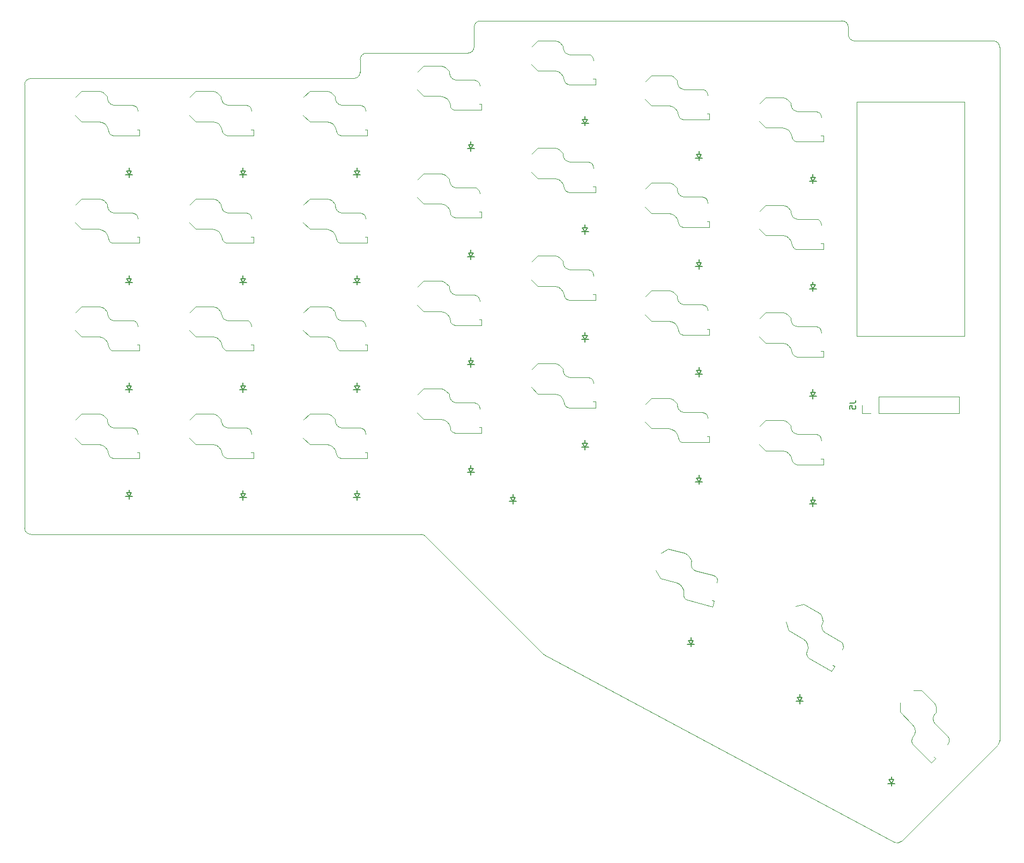
<source format=gbr>
%TF.GenerationSoftware,KiCad,Pcbnew,8.0.5*%
%TF.CreationDate,2024-10-11T21:26:08+02:00*%
%TF.ProjectId,vaucasy_left,76617563-6173-4795-9f6c-6566742e6b69,rev?*%
%TF.SameCoordinates,Original*%
%TF.FileFunction,Legend,Bot*%
%TF.FilePolarity,Positive*%
%FSLAX46Y46*%
G04 Gerber Fmt 4.6, Leading zero omitted, Abs format (unit mm)*
G04 Created by KiCad (PCBNEW 8.0.5) date 2024-10-11 21:26:08*
%MOMM*%
%LPD*%
G01*
G04 APERTURE LIST*
%ADD10C,0.100000*%
%ADD11C,0.150000*%
%ADD12C,0.120000*%
%TA.AperFunction,Profile*%
%ADD13C,0.050000*%
%TD*%
G04 APERTURE END LIST*
D10*
X156425000Y-40675000D02*
X173425000Y-40675000D01*
X173425000Y-77675000D01*
X156425000Y-77675000D01*
X156425000Y-40675000D01*
D11*
X155284819Y-88241666D02*
X155999104Y-88241666D01*
X155999104Y-88241666D02*
X156141961Y-88194047D01*
X156141961Y-88194047D02*
X156237200Y-88098809D01*
X156237200Y-88098809D02*
X156284819Y-87955952D01*
X156284819Y-87955952D02*
X156284819Y-87860714D01*
X155284819Y-89194047D02*
X155284819Y-88717857D01*
X155284819Y-88717857D02*
X155761009Y-88670238D01*
X155761009Y-88670238D02*
X155713390Y-88717857D01*
X155713390Y-88717857D02*
X155665771Y-88813095D01*
X155665771Y-88813095D02*
X155665771Y-89051190D01*
X155665771Y-89051190D02*
X155713390Y-89146428D01*
X155713390Y-89146428D02*
X155761009Y-89194047D01*
X155761009Y-89194047D02*
X155856247Y-89241666D01*
X155856247Y-89241666D02*
X156094342Y-89241666D01*
X156094342Y-89241666D02*
X156189580Y-89194047D01*
X156189580Y-89194047D02*
X156237200Y-89146428D01*
X156237200Y-89146428D02*
X156284819Y-89051190D01*
X156284819Y-89051190D02*
X156284819Y-88813095D01*
X156284819Y-88813095D02*
X156237200Y-88717857D01*
X156237200Y-88717857D02*
X156189580Y-88670238D01*
D12*
%TO.C,S5*%
X105084000Y-31941000D02*
X106021000Y-31004000D01*
X106021000Y-31004000D02*
X108768000Y-31004000D01*
X106021000Y-35796000D02*
X105000000Y-34775000D01*
X108668000Y-35796000D02*
X106021000Y-35796000D01*
X108768000Y-31004000D02*
X109171000Y-31084000D01*
X109171000Y-31084000D02*
X109513000Y-31313000D01*
X109230000Y-35901000D02*
X108668000Y-35796000D01*
X109513000Y-31313000D02*
X110046000Y-31846000D01*
X109709000Y-36200000D02*
X109230000Y-35901000D01*
X110046000Y-31846000D02*
X110046000Y-32068000D01*
X110046000Y-32068000D02*
X110133000Y-32506000D01*
X110047000Y-36653000D02*
X109709000Y-36200000D01*
X110133000Y-32506000D02*
X110377000Y-32873000D01*
X110201000Y-37211000D02*
X110047000Y-36653000D01*
X110283000Y-37509000D02*
X110201000Y-37211000D01*
X110377000Y-32873000D02*
X110744000Y-33117000D01*
X110476000Y-37767000D02*
X110283000Y-37509000D01*
X110744000Y-33117000D02*
X111182000Y-33204000D01*
X110750000Y-37937000D02*
X110476000Y-37767000D01*
X111060000Y-37996000D02*
X110750000Y-37937000D01*
X111182000Y-33204000D02*
X113982000Y-33204000D01*
X113982000Y-33204000D02*
X114309000Y-33269000D01*
X114309000Y-33269000D02*
X114592000Y-33458000D01*
X114592000Y-33458000D02*
X114781000Y-33741000D01*
X114781000Y-33741000D02*
X114866000Y-34168000D01*
X114783000Y-37054000D02*
X115146000Y-37054000D01*
X115146000Y-37054000D02*
X115146000Y-37996000D01*
X115146000Y-37996000D02*
X111060000Y-37996000D01*
%TO.C,S27*%
X123084000Y-71441000D02*
X124021000Y-70504000D01*
X124021000Y-70504000D02*
X126768000Y-70504000D01*
X124021000Y-75296000D02*
X123000000Y-74275000D01*
X126668000Y-75296000D02*
X124021000Y-75296000D01*
X126768000Y-70504000D02*
X127171000Y-70584000D01*
X127171000Y-70584000D02*
X127513000Y-70813000D01*
X127230000Y-75401000D02*
X126668000Y-75296000D01*
X127513000Y-70813000D02*
X128046000Y-71346000D01*
X127709000Y-75700000D02*
X127230000Y-75401000D01*
X128046000Y-71346000D02*
X128046000Y-71568000D01*
X128046000Y-71568000D02*
X128133000Y-72006000D01*
X128047000Y-76153000D02*
X127709000Y-75700000D01*
X128133000Y-72006000D02*
X128377000Y-72373000D01*
X128201000Y-76711000D02*
X128047000Y-76153000D01*
X128283000Y-77009000D02*
X128201000Y-76711000D01*
X128377000Y-72373000D02*
X128744000Y-72617000D01*
X128476000Y-77267000D02*
X128283000Y-77009000D01*
X128744000Y-72617000D02*
X129182000Y-72704000D01*
X128750000Y-77437000D02*
X128476000Y-77267000D01*
X129060000Y-77496000D02*
X128750000Y-77437000D01*
X129182000Y-72704000D02*
X131982000Y-72704000D01*
X131982000Y-72704000D02*
X132309000Y-72769000D01*
X132309000Y-72769000D02*
X132592000Y-72958000D01*
X132592000Y-72958000D02*
X132781000Y-73241000D01*
X132781000Y-73241000D02*
X132866000Y-73668000D01*
X132783000Y-76554000D02*
X133146000Y-76554000D01*
X133146000Y-76554000D02*
X133146000Y-77496000D01*
X133146000Y-77496000D02*
X129060000Y-77496000D01*
%TO.C,S3*%
X69084000Y-39941000D02*
X70021000Y-39004000D01*
X70021000Y-39004000D02*
X72768000Y-39004000D01*
X70021000Y-43796000D02*
X69000000Y-42775000D01*
X72668000Y-43796000D02*
X70021000Y-43796000D01*
X72768000Y-39004000D02*
X73171000Y-39084000D01*
X73171000Y-39084000D02*
X73513000Y-39313000D01*
X73230000Y-43901000D02*
X72668000Y-43796000D01*
X73513000Y-39313000D02*
X74046000Y-39846000D01*
X73709000Y-44200000D02*
X73230000Y-43901000D01*
X74046000Y-39846000D02*
X74046000Y-40068000D01*
X74046000Y-40068000D02*
X74133000Y-40506000D01*
X74047000Y-44653000D02*
X73709000Y-44200000D01*
X74133000Y-40506000D02*
X74377000Y-40873000D01*
X74201000Y-45211000D02*
X74047000Y-44653000D01*
X74283000Y-45509000D02*
X74201000Y-45211000D01*
X74377000Y-40873000D02*
X74744000Y-41117000D01*
X74476000Y-45767000D02*
X74283000Y-45509000D01*
X74744000Y-41117000D02*
X75182000Y-41204000D01*
X74750000Y-45937000D02*
X74476000Y-45767000D01*
X75060000Y-45996000D02*
X74750000Y-45937000D01*
X75182000Y-41204000D02*
X77982000Y-41204000D01*
X77982000Y-41204000D02*
X78309000Y-41269000D01*
X78309000Y-41269000D02*
X78592000Y-41458000D01*
X78592000Y-41458000D02*
X78781000Y-41741000D01*
X78781000Y-41741000D02*
X78866000Y-42168000D01*
X78783000Y-45054000D02*
X79146000Y-45054000D01*
X79146000Y-45054000D02*
X79146000Y-45996000D01*
X79146000Y-45996000D02*
X75060000Y-45996000D01*
%TO.C,S19*%
X51084000Y-73941000D02*
X52021000Y-73004000D01*
X52021000Y-73004000D02*
X54768000Y-73004000D01*
X52021000Y-77796000D02*
X51000000Y-76775000D01*
X54668000Y-77796000D02*
X52021000Y-77796000D01*
X54768000Y-73004000D02*
X55171000Y-73084000D01*
X55171000Y-73084000D02*
X55513000Y-73313000D01*
X55230000Y-77901000D02*
X54668000Y-77796000D01*
X55513000Y-73313000D02*
X56046000Y-73846000D01*
X55709000Y-78200000D02*
X55230000Y-77901000D01*
X56046000Y-73846000D02*
X56046000Y-74068000D01*
X56046000Y-74068000D02*
X56133000Y-74506000D01*
X56047000Y-78653000D02*
X55709000Y-78200000D01*
X56133000Y-74506000D02*
X56377000Y-74873000D01*
X56201000Y-79211000D02*
X56047000Y-78653000D01*
X56283000Y-79509000D02*
X56201000Y-79211000D01*
X56377000Y-74873000D02*
X56744000Y-75117000D01*
X56476000Y-79767000D02*
X56283000Y-79509000D01*
X56744000Y-75117000D02*
X57182000Y-75204000D01*
X56750000Y-79937000D02*
X56476000Y-79767000D01*
X57060000Y-79996000D02*
X56750000Y-79937000D01*
X57182000Y-75204000D02*
X59982000Y-75204000D01*
X59982000Y-75204000D02*
X60309000Y-75269000D01*
X60309000Y-75269000D02*
X60592000Y-75458000D01*
X60592000Y-75458000D02*
X60781000Y-75741000D01*
X60781000Y-75741000D02*
X60866000Y-76168000D01*
X60783000Y-79054000D02*
X61146000Y-79054000D01*
X61146000Y-79054000D02*
X61146000Y-79996000D01*
X61146000Y-79996000D02*
X57060000Y-79996000D01*
%TO.C,S28*%
X123084000Y-88441000D02*
X124021000Y-87504000D01*
X124021000Y-87504000D02*
X126768000Y-87504000D01*
X124021000Y-92296000D02*
X123000000Y-91275000D01*
X126668000Y-92296000D02*
X124021000Y-92296000D01*
X126768000Y-87504000D02*
X127171000Y-87584000D01*
X127171000Y-87584000D02*
X127513000Y-87813000D01*
X127230000Y-92401000D02*
X126668000Y-92296000D01*
X127513000Y-87813000D02*
X128046000Y-88346000D01*
X127709000Y-92700000D02*
X127230000Y-92401000D01*
X128046000Y-88346000D02*
X128046000Y-88568000D01*
X128046000Y-88568000D02*
X128133000Y-89006000D01*
X128047000Y-93153000D02*
X127709000Y-92700000D01*
X128133000Y-89006000D02*
X128377000Y-89373000D01*
X128201000Y-93711000D02*
X128047000Y-93153000D01*
X128283000Y-94009000D02*
X128201000Y-93711000D01*
X128377000Y-89373000D02*
X128744000Y-89617000D01*
X128476000Y-94267000D02*
X128283000Y-94009000D01*
X128744000Y-89617000D02*
X129182000Y-89704000D01*
X128750000Y-94437000D02*
X128476000Y-94267000D01*
X129060000Y-94496000D02*
X128750000Y-94437000D01*
X129182000Y-89704000D02*
X131982000Y-89704000D01*
X131982000Y-89704000D02*
X132309000Y-89769000D01*
X132309000Y-89769000D02*
X132592000Y-89958000D01*
X132592000Y-89958000D02*
X132781000Y-90241000D01*
X132781000Y-90241000D02*
X132866000Y-90668000D01*
X132783000Y-93554000D02*
X133146000Y-93554000D01*
X133146000Y-93554000D02*
X133146000Y-94496000D01*
X133146000Y-94496000D02*
X129060000Y-94496000D01*
%TO.C,S7*%
X141084000Y-40941000D02*
X142021000Y-40004000D01*
X142021000Y-40004000D02*
X144768000Y-40004000D01*
X142021000Y-44796000D02*
X141000000Y-43775000D01*
X144668000Y-44796000D02*
X142021000Y-44796000D01*
X144768000Y-40004000D02*
X145171000Y-40084000D01*
X145171000Y-40084000D02*
X145513000Y-40313000D01*
X145230000Y-44901000D02*
X144668000Y-44796000D01*
X145513000Y-40313000D02*
X146046000Y-40846000D01*
X145709000Y-45200000D02*
X145230000Y-44901000D01*
X146046000Y-40846000D02*
X146046000Y-41068000D01*
X146046000Y-41068000D02*
X146133000Y-41506000D01*
X146047000Y-45653000D02*
X145709000Y-45200000D01*
X146133000Y-41506000D02*
X146377000Y-41873000D01*
X146201000Y-46211000D02*
X146047000Y-45653000D01*
X146283000Y-46509000D02*
X146201000Y-46211000D01*
X146377000Y-41873000D02*
X146744000Y-42117000D01*
X146476000Y-46767000D02*
X146283000Y-46509000D01*
X146744000Y-42117000D02*
X147182000Y-42204000D01*
X146750000Y-46937000D02*
X146476000Y-46767000D01*
X147060000Y-46996000D02*
X146750000Y-46937000D01*
X147182000Y-42204000D02*
X149982000Y-42204000D01*
X149982000Y-42204000D02*
X150309000Y-42269000D01*
X150309000Y-42269000D02*
X150592000Y-42458000D01*
X150592000Y-42458000D02*
X150781000Y-42741000D01*
X150781000Y-42741000D02*
X150866000Y-43168000D01*
X150783000Y-46054000D02*
X151146000Y-46054000D01*
X151146000Y-46054000D02*
X151146000Y-46996000D01*
X151146000Y-46996000D02*
X147060000Y-46996000D01*
%TO.C,S30*%
X141084000Y-91941000D02*
X142021000Y-91004000D01*
X142021000Y-91004000D02*
X144768000Y-91004000D01*
X142021000Y-95796000D02*
X141000000Y-94775000D01*
X144668000Y-95796000D02*
X142021000Y-95796000D01*
X144768000Y-91004000D02*
X145171000Y-91084000D01*
X145171000Y-91084000D02*
X145513000Y-91313000D01*
X145230000Y-95901000D02*
X144668000Y-95796000D01*
X145513000Y-91313000D02*
X146046000Y-91846000D01*
X145709000Y-96200000D02*
X145230000Y-95901000D01*
X146046000Y-91846000D02*
X146046000Y-92068000D01*
X146046000Y-92068000D02*
X146133000Y-92506000D01*
X146047000Y-96653000D02*
X145709000Y-96200000D01*
X146133000Y-92506000D02*
X146377000Y-92873000D01*
X146201000Y-97211000D02*
X146047000Y-96653000D01*
X146283000Y-97509000D02*
X146201000Y-97211000D01*
X146377000Y-92873000D02*
X146744000Y-93117000D01*
X146476000Y-97767000D02*
X146283000Y-97509000D01*
X146744000Y-93117000D02*
X147182000Y-93204000D01*
X146750000Y-97937000D02*
X146476000Y-97767000D01*
X147060000Y-97996000D02*
X146750000Y-97937000D01*
X147182000Y-93204000D02*
X149982000Y-93204000D01*
X149982000Y-93204000D02*
X150309000Y-93269000D01*
X150309000Y-93269000D02*
X150592000Y-93458000D01*
X150592000Y-93458000D02*
X150781000Y-93741000D01*
X150781000Y-93741000D02*
X150866000Y-94168000D01*
X150783000Y-97054000D02*
X151146000Y-97054000D01*
X151146000Y-97054000D02*
X151146000Y-97996000D01*
X151146000Y-97996000D02*
X147060000Y-97996000D01*
%TO.C,S14*%
X123084000Y-54441000D02*
X124021000Y-53504000D01*
X124021000Y-53504000D02*
X126768000Y-53504000D01*
X124021000Y-58296000D02*
X123000000Y-57275000D01*
X126668000Y-58296000D02*
X124021000Y-58296000D01*
X126768000Y-53504000D02*
X127171000Y-53584000D01*
X127171000Y-53584000D02*
X127513000Y-53813000D01*
X127230000Y-58401000D02*
X126668000Y-58296000D01*
X127513000Y-53813000D02*
X128046000Y-54346000D01*
X127709000Y-58700000D02*
X127230000Y-58401000D01*
X128046000Y-54346000D02*
X128046000Y-54568000D01*
X128046000Y-54568000D02*
X128133000Y-55006000D01*
X128047000Y-59153000D02*
X127709000Y-58700000D01*
X128133000Y-55006000D02*
X128377000Y-55373000D01*
X128201000Y-59711000D02*
X128047000Y-59153000D01*
X128283000Y-60009000D02*
X128201000Y-59711000D01*
X128377000Y-55373000D02*
X128744000Y-55617000D01*
X128476000Y-60267000D02*
X128283000Y-60009000D01*
X128744000Y-55617000D02*
X129182000Y-55704000D01*
X128750000Y-60437000D02*
X128476000Y-60267000D01*
X129060000Y-60496000D02*
X128750000Y-60437000D01*
X129182000Y-55704000D02*
X131982000Y-55704000D01*
X131982000Y-55704000D02*
X132309000Y-55769000D01*
X132309000Y-55769000D02*
X132592000Y-55958000D01*
X132592000Y-55958000D02*
X132781000Y-56241000D01*
X132781000Y-56241000D02*
X132866000Y-56668000D01*
X132783000Y-59554000D02*
X133146000Y-59554000D01*
X133146000Y-59554000D02*
X133146000Y-60496000D01*
X133146000Y-60496000D02*
X129060000Y-60496000D01*
%TO.C,S6*%
X123084000Y-37441000D02*
X124021000Y-36504000D01*
X124021000Y-36504000D02*
X126768000Y-36504000D01*
X124021000Y-41296000D02*
X123000000Y-40275000D01*
X126668000Y-41296000D02*
X124021000Y-41296000D01*
X126768000Y-36504000D02*
X127171000Y-36584000D01*
X127171000Y-36584000D02*
X127513000Y-36813000D01*
X127230000Y-41401000D02*
X126668000Y-41296000D01*
X127513000Y-36813000D02*
X128046000Y-37346000D01*
X127709000Y-41700000D02*
X127230000Y-41401000D01*
X128046000Y-37346000D02*
X128046000Y-37568000D01*
X128046000Y-37568000D02*
X128133000Y-38006000D01*
X128047000Y-42153000D02*
X127709000Y-41700000D01*
X128133000Y-38006000D02*
X128377000Y-38373000D01*
X128201000Y-42711000D02*
X128047000Y-42153000D01*
X128283000Y-43009000D02*
X128201000Y-42711000D01*
X128377000Y-38373000D02*
X128744000Y-38617000D01*
X128476000Y-43267000D02*
X128283000Y-43009000D01*
X128744000Y-38617000D02*
X129182000Y-38704000D01*
X128750000Y-43437000D02*
X128476000Y-43267000D01*
X129060000Y-43496000D02*
X128750000Y-43437000D01*
X129182000Y-38704000D02*
X131982000Y-38704000D01*
X131982000Y-38704000D02*
X132309000Y-38769000D01*
X132309000Y-38769000D02*
X132592000Y-38958000D01*
X132592000Y-38958000D02*
X132781000Y-39241000D01*
X132781000Y-39241000D02*
X132866000Y-39668000D01*
X132783000Y-42554000D02*
X133146000Y-42554000D01*
X133146000Y-42554000D02*
X133146000Y-43496000D01*
X133146000Y-43496000D02*
X129060000Y-43496000D01*
%TO.C,S15*%
X141084000Y-57941000D02*
X142021000Y-57004000D01*
X142021000Y-57004000D02*
X144768000Y-57004000D01*
X142021000Y-61796000D02*
X141000000Y-60775000D01*
X144668000Y-61796000D02*
X142021000Y-61796000D01*
X144768000Y-57004000D02*
X145171000Y-57084000D01*
X145171000Y-57084000D02*
X145513000Y-57313000D01*
X145230000Y-61901000D02*
X144668000Y-61796000D01*
X145513000Y-57313000D02*
X146046000Y-57846000D01*
X145709000Y-62200000D02*
X145230000Y-61901000D01*
X146046000Y-57846000D02*
X146046000Y-58068000D01*
X146046000Y-58068000D02*
X146133000Y-58506000D01*
X146047000Y-62653000D02*
X145709000Y-62200000D01*
X146133000Y-58506000D02*
X146377000Y-58873000D01*
X146201000Y-63211000D02*
X146047000Y-62653000D01*
X146283000Y-63509000D02*
X146201000Y-63211000D01*
X146377000Y-58873000D02*
X146744000Y-59117000D01*
X146476000Y-63767000D02*
X146283000Y-63509000D01*
X146744000Y-59117000D02*
X147182000Y-59204000D01*
X146750000Y-63937000D02*
X146476000Y-63767000D01*
X147060000Y-63996000D02*
X146750000Y-63937000D01*
X147182000Y-59204000D02*
X149982000Y-59204000D01*
X149982000Y-59204000D02*
X150309000Y-59269000D01*
X150309000Y-59269000D02*
X150592000Y-59458000D01*
X150592000Y-59458000D02*
X150781000Y-59741000D01*
X150781000Y-59741000D02*
X150866000Y-60168000D01*
X150783000Y-63054000D02*
X151146000Y-63054000D01*
X151146000Y-63054000D02*
X151146000Y-63996000D01*
X151146000Y-63996000D02*
X147060000Y-63996000D01*
%TO.C,S29*%
X141084000Y-74941000D02*
X142021000Y-74004000D01*
X142021000Y-74004000D02*
X144768000Y-74004000D01*
X142021000Y-78796000D02*
X141000000Y-77775000D01*
X144668000Y-78796000D02*
X142021000Y-78796000D01*
X144768000Y-74004000D02*
X145171000Y-74084000D01*
X145171000Y-74084000D02*
X145513000Y-74313000D01*
X145230000Y-78901000D02*
X144668000Y-78796000D01*
X145513000Y-74313000D02*
X146046000Y-74846000D01*
X145709000Y-79200000D02*
X145230000Y-78901000D01*
X146046000Y-74846000D02*
X146046000Y-75068000D01*
X146046000Y-75068000D02*
X146133000Y-75506000D01*
X146047000Y-79653000D02*
X145709000Y-79200000D01*
X146133000Y-75506000D02*
X146377000Y-75873000D01*
X146201000Y-80211000D02*
X146047000Y-79653000D01*
X146283000Y-80509000D02*
X146201000Y-80211000D01*
X146377000Y-75873000D02*
X146744000Y-76117000D01*
X146476000Y-80767000D02*
X146283000Y-80509000D01*
X146744000Y-76117000D02*
X147182000Y-76204000D01*
X146750000Y-80937000D02*
X146476000Y-80767000D01*
X147060000Y-80996000D02*
X146750000Y-80937000D01*
X147182000Y-76204000D02*
X149982000Y-76204000D01*
X149982000Y-76204000D02*
X150309000Y-76269000D01*
X150309000Y-76269000D02*
X150592000Y-76458000D01*
X150592000Y-76458000D02*
X150781000Y-76741000D01*
X150781000Y-76741000D02*
X150866000Y-77168000D01*
X150783000Y-80054000D02*
X151146000Y-80054000D01*
X151146000Y-80054000D02*
X151146000Y-80996000D01*
X151146000Y-80996000D02*
X147060000Y-80996000D01*
%TO.C,S22*%
X69084000Y-90941000D02*
X70021000Y-90004000D01*
X70021000Y-90004000D02*
X72768000Y-90004000D01*
X70021000Y-94796000D02*
X69000000Y-93775000D01*
X72668000Y-94796000D02*
X70021000Y-94796000D01*
X72768000Y-90004000D02*
X73171000Y-90084000D01*
X73171000Y-90084000D02*
X73513000Y-90313000D01*
X73230000Y-94901000D02*
X72668000Y-94796000D01*
X73513000Y-90313000D02*
X74046000Y-90846000D01*
X73709000Y-95200000D02*
X73230000Y-94901000D01*
X74046000Y-90846000D02*
X74046000Y-91068000D01*
X74046000Y-91068000D02*
X74133000Y-91506000D01*
X74047000Y-95653000D02*
X73709000Y-95200000D01*
X74133000Y-91506000D02*
X74377000Y-91873000D01*
X74201000Y-96211000D02*
X74047000Y-95653000D01*
X74283000Y-96509000D02*
X74201000Y-96211000D01*
X74377000Y-91873000D02*
X74744000Y-92117000D01*
X74476000Y-96767000D02*
X74283000Y-96509000D01*
X74744000Y-92117000D02*
X75182000Y-92204000D01*
X74750000Y-96937000D02*
X74476000Y-96767000D01*
X75060000Y-96996000D02*
X74750000Y-96937000D01*
X75182000Y-92204000D02*
X77982000Y-92204000D01*
X77982000Y-92204000D02*
X78309000Y-92269000D01*
X78309000Y-92269000D02*
X78592000Y-92458000D01*
X78592000Y-92458000D02*
X78781000Y-92741000D01*
X78781000Y-92741000D02*
X78866000Y-93168000D01*
X78783000Y-96054000D02*
X79146000Y-96054000D01*
X79146000Y-96054000D02*
X79146000Y-96996000D01*
X79146000Y-96996000D02*
X75060000Y-96996000D01*
%TO.C,S26*%
X105084000Y-82941000D02*
X106021000Y-82004000D01*
X106021000Y-82004000D02*
X108768000Y-82004000D01*
X106021000Y-86796000D02*
X105000000Y-85775000D01*
X108668000Y-86796000D02*
X106021000Y-86796000D01*
X108768000Y-82004000D02*
X109171000Y-82084000D01*
X109171000Y-82084000D02*
X109513000Y-82313000D01*
X109230000Y-86901000D02*
X108668000Y-86796000D01*
X109513000Y-82313000D02*
X110046000Y-82846000D01*
X109709000Y-87200000D02*
X109230000Y-86901000D01*
X110046000Y-82846000D02*
X110046000Y-83068000D01*
X110046000Y-83068000D02*
X110133000Y-83506000D01*
X110047000Y-87653000D02*
X109709000Y-87200000D01*
X110133000Y-83506000D02*
X110377000Y-83873000D01*
X110201000Y-88211000D02*
X110047000Y-87653000D01*
X110283000Y-88509000D02*
X110201000Y-88211000D01*
X110377000Y-83873000D02*
X110744000Y-84117000D01*
X110476000Y-88767000D02*
X110283000Y-88509000D01*
X110744000Y-84117000D02*
X111182000Y-84204000D01*
X110750000Y-88937000D02*
X110476000Y-88767000D01*
X111060000Y-88996000D02*
X110750000Y-88937000D01*
X111182000Y-84204000D02*
X113982000Y-84204000D01*
X113982000Y-84204000D02*
X114309000Y-84269000D01*
X114309000Y-84269000D02*
X114592000Y-84458000D01*
X114592000Y-84458000D02*
X114781000Y-84741000D01*
X114781000Y-84741000D02*
X114866000Y-85168000D01*
X114783000Y-88054000D02*
X115146000Y-88054000D01*
X115146000Y-88054000D02*
X115146000Y-88996000D01*
X115146000Y-88996000D02*
X111060000Y-88996000D01*
%TO.C,S23*%
X87084000Y-69941000D02*
X88021000Y-69004000D01*
X88021000Y-69004000D02*
X90768000Y-69004000D01*
X88021000Y-73796000D02*
X87000000Y-72775000D01*
X90668000Y-73796000D02*
X88021000Y-73796000D01*
X90768000Y-69004000D02*
X91171000Y-69084000D01*
X91171000Y-69084000D02*
X91513000Y-69313000D01*
X91230000Y-73901000D02*
X90668000Y-73796000D01*
X91513000Y-69313000D02*
X92046000Y-69846000D01*
X91709000Y-74200000D02*
X91230000Y-73901000D01*
X92046000Y-69846000D02*
X92046000Y-70068000D01*
X92046000Y-70068000D02*
X92133000Y-70506000D01*
X92047000Y-74653000D02*
X91709000Y-74200000D01*
X92133000Y-70506000D02*
X92377000Y-70873000D01*
X92201000Y-75211000D02*
X92047000Y-74653000D01*
X92283000Y-75509000D02*
X92201000Y-75211000D01*
X92377000Y-70873000D02*
X92744000Y-71117000D01*
X92476000Y-75767000D02*
X92283000Y-75509000D01*
X92744000Y-71117000D02*
X93182000Y-71204000D01*
X92750000Y-75937000D02*
X92476000Y-75767000D01*
X93060000Y-75996000D02*
X92750000Y-75937000D01*
X93182000Y-71204000D02*
X95982000Y-71204000D01*
X95982000Y-71204000D02*
X96309000Y-71269000D01*
X96309000Y-71269000D02*
X96592000Y-71458000D01*
X96592000Y-71458000D02*
X96781000Y-71741000D01*
X96781000Y-71741000D02*
X96866000Y-72168000D01*
X96783000Y-75054000D02*
X97146000Y-75054000D01*
X97146000Y-75054000D02*
X97146000Y-75996000D01*
X97146000Y-75996000D02*
X93060000Y-75996000D01*
%TO.C,S1*%
X33084000Y-39941000D02*
X34021000Y-39004000D01*
X34021000Y-39004000D02*
X36768000Y-39004000D01*
X34021000Y-43796000D02*
X33000000Y-42775000D01*
X36668000Y-43796000D02*
X34021000Y-43796000D01*
X36768000Y-39004000D02*
X37171000Y-39084000D01*
X37171000Y-39084000D02*
X37513000Y-39313000D01*
X37230000Y-43901000D02*
X36668000Y-43796000D01*
X37513000Y-39313000D02*
X38046000Y-39846000D01*
X37709000Y-44200000D02*
X37230000Y-43901000D01*
X38046000Y-39846000D02*
X38046000Y-40068000D01*
X38046000Y-40068000D02*
X38133000Y-40506000D01*
X38047000Y-44653000D02*
X37709000Y-44200000D01*
X38133000Y-40506000D02*
X38377000Y-40873000D01*
X38201000Y-45211000D02*
X38047000Y-44653000D01*
X38283000Y-45509000D02*
X38201000Y-45211000D01*
X38377000Y-40873000D02*
X38744000Y-41117000D01*
X38476000Y-45767000D02*
X38283000Y-45509000D01*
X38744000Y-41117000D02*
X39182000Y-41204000D01*
X38750000Y-45937000D02*
X38476000Y-45767000D01*
X39060000Y-45996000D02*
X38750000Y-45937000D01*
X39182000Y-41204000D02*
X41982000Y-41204000D01*
X41982000Y-41204000D02*
X42309000Y-41269000D01*
X42309000Y-41269000D02*
X42592000Y-41458000D01*
X42592000Y-41458000D02*
X42781000Y-41741000D01*
X42781000Y-41741000D02*
X42866000Y-42168000D01*
X42783000Y-45054000D02*
X43146000Y-45054000D01*
X43146000Y-45054000D02*
X43146000Y-45996000D01*
X43146000Y-45996000D02*
X39060000Y-45996000D01*
%TO.C,S13*%
X105084000Y-48941000D02*
X106021000Y-48004000D01*
X106021000Y-48004000D02*
X108768000Y-48004000D01*
X106021000Y-52796000D02*
X105000000Y-51775000D01*
X108668000Y-52796000D02*
X106021000Y-52796000D01*
X108768000Y-48004000D02*
X109171000Y-48084000D01*
X109171000Y-48084000D02*
X109513000Y-48313000D01*
X109230000Y-52901000D02*
X108668000Y-52796000D01*
X109513000Y-48313000D02*
X110046000Y-48846000D01*
X109709000Y-53200000D02*
X109230000Y-52901000D01*
X110046000Y-48846000D02*
X110046000Y-49068000D01*
X110046000Y-49068000D02*
X110133000Y-49506000D01*
X110047000Y-53653000D02*
X109709000Y-53200000D01*
X110133000Y-49506000D02*
X110377000Y-49873000D01*
X110201000Y-54211000D02*
X110047000Y-53653000D01*
X110283000Y-54509000D02*
X110201000Y-54211000D01*
X110377000Y-49873000D02*
X110744000Y-50117000D01*
X110476000Y-54767000D02*
X110283000Y-54509000D01*
X110744000Y-50117000D02*
X111182000Y-50204000D01*
X110750000Y-54937000D02*
X110476000Y-54767000D01*
X111060000Y-54996000D02*
X110750000Y-54937000D01*
X111182000Y-50204000D02*
X113982000Y-50204000D01*
X113982000Y-50204000D02*
X114309000Y-50269000D01*
X114309000Y-50269000D02*
X114592000Y-50458000D01*
X114592000Y-50458000D02*
X114781000Y-50741000D01*
X114781000Y-50741000D02*
X114866000Y-51168000D01*
X114783000Y-54054000D02*
X115146000Y-54054000D01*
X115146000Y-54054000D02*
X115146000Y-54996000D01*
X115146000Y-54996000D02*
X111060000Y-54996000D01*
%TO.C,S9*%
X33084000Y-56941000D02*
X34021000Y-56004000D01*
X34021000Y-56004000D02*
X36768000Y-56004000D01*
X34021000Y-60796000D02*
X33000000Y-59775000D01*
X36668000Y-60796000D02*
X34021000Y-60796000D01*
X36768000Y-56004000D02*
X37171000Y-56084000D01*
X37171000Y-56084000D02*
X37513000Y-56313000D01*
X37230000Y-60901000D02*
X36668000Y-60796000D01*
X37513000Y-56313000D02*
X38046000Y-56846000D01*
X37709000Y-61200000D02*
X37230000Y-60901000D01*
X38046000Y-56846000D02*
X38046000Y-57068000D01*
X38046000Y-57068000D02*
X38133000Y-57506000D01*
X38047000Y-61653000D02*
X37709000Y-61200000D01*
X38133000Y-57506000D02*
X38377000Y-57873000D01*
X38201000Y-62211000D02*
X38047000Y-61653000D01*
X38283000Y-62509000D02*
X38201000Y-62211000D01*
X38377000Y-57873000D02*
X38744000Y-58117000D01*
X38476000Y-62767000D02*
X38283000Y-62509000D01*
X38744000Y-58117000D02*
X39182000Y-58204000D01*
X38750000Y-62937000D02*
X38476000Y-62767000D01*
X39060000Y-62996000D02*
X38750000Y-62937000D01*
X39182000Y-58204000D02*
X41982000Y-58204000D01*
X41982000Y-58204000D02*
X42309000Y-58269000D01*
X42309000Y-58269000D02*
X42592000Y-58458000D01*
X42592000Y-58458000D02*
X42781000Y-58741000D01*
X42781000Y-58741000D02*
X42866000Y-59168000D01*
X42783000Y-62054000D02*
X43146000Y-62054000D01*
X43146000Y-62054000D02*
X43146000Y-62996000D01*
X43146000Y-62996000D02*
X39060000Y-62996000D01*
%TO.C,S4*%
X87084000Y-35941000D02*
X88021000Y-35004000D01*
X88021000Y-35004000D02*
X90768000Y-35004000D01*
X88021000Y-39796000D02*
X87000000Y-38775000D01*
X90668000Y-39796000D02*
X88021000Y-39796000D01*
X90768000Y-35004000D02*
X91171000Y-35084000D01*
X91171000Y-35084000D02*
X91513000Y-35313000D01*
X91230000Y-39901000D02*
X90668000Y-39796000D01*
X91513000Y-35313000D02*
X92046000Y-35846000D01*
X91709000Y-40200000D02*
X91230000Y-39901000D01*
X92046000Y-35846000D02*
X92046000Y-36068000D01*
X92046000Y-36068000D02*
X92133000Y-36506000D01*
X92047000Y-40653000D02*
X91709000Y-40200000D01*
X92133000Y-36506000D02*
X92377000Y-36873000D01*
X92201000Y-41211000D02*
X92047000Y-40653000D01*
X92283000Y-41509000D02*
X92201000Y-41211000D01*
X92377000Y-36873000D02*
X92744000Y-37117000D01*
X92476000Y-41767000D02*
X92283000Y-41509000D01*
X92744000Y-37117000D02*
X93182000Y-37204000D01*
X92750000Y-41937000D02*
X92476000Y-41767000D01*
X93060000Y-41996000D02*
X92750000Y-41937000D01*
X93182000Y-37204000D02*
X95982000Y-37204000D01*
X95982000Y-37204000D02*
X96309000Y-37269000D01*
X96309000Y-37269000D02*
X96592000Y-37458000D01*
X96592000Y-37458000D02*
X96781000Y-37741000D01*
X96781000Y-37741000D02*
X96866000Y-38168000D01*
X96783000Y-41054000D02*
X97146000Y-41054000D01*
X97146000Y-41054000D02*
X97146000Y-41996000D01*
X97146000Y-41996000D02*
X93060000Y-41996000D01*
%TO.C,S10*%
X51084000Y-56941000D02*
X52021000Y-56004000D01*
X52021000Y-56004000D02*
X54768000Y-56004000D01*
X52021000Y-60796000D02*
X51000000Y-59775000D01*
X54668000Y-60796000D02*
X52021000Y-60796000D01*
X54768000Y-56004000D02*
X55171000Y-56084000D01*
X55171000Y-56084000D02*
X55513000Y-56313000D01*
X55230000Y-60901000D02*
X54668000Y-60796000D01*
X55513000Y-56313000D02*
X56046000Y-56846000D01*
X55709000Y-61200000D02*
X55230000Y-60901000D01*
X56046000Y-56846000D02*
X56046000Y-57068000D01*
X56046000Y-57068000D02*
X56133000Y-57506000D01*
X56047000Y-61653000D02*
X55709000Y-61200000D01*
X56133000Y-57506000D02*
X56377000Y-57873000D01*
X56201000Y-62211000D02*
X56047000Y-61653000D01*
X56283000Y-62509000D02*
X56201000Y-62211000D01*
X56377000Y-57873000D02*
X56744000Y-58117000D01*
X56476000Y-62767000D02*
X56283000Y-62509000D01*
X56744000Y-58117000D02*
X57182000Y-58204000D01*
X56750000Y-62937000D02*
X56476000Y-62767000D01*
X57060000Y-62996000D02*
X56750000Y-62937000D01*
X57182000Y-58204000D02*
X59982000Y-58204000D01*
X59982000Y-58204000D02*
X60309000Y-58269000D01*
X60309000Y-58269000D02*
X60592000Y-58458000D01*
X60592000Y-58458000D02*
X60781000Y-58741000D01*
X60781000Y-58741000D02*
X60866000Y-59168000D01*
X60783000Y-62054000D02*
X61146000Y-62054000D01*
X61146000Y-62054000D02*
X61146000Y-62996000D01*
X61146000Y-62996000D02*
X57060000Y-62996000D01*
%TO.C,S11*%
X69084000Y-56941000D02*
X70021000Y-56004000D01*
X70021000Y-56004000D02*
X72768000Y-56004000D01*
X70021000Y-60796000D02*
X69000000Y-59775000D01*
X72668000Y-60796000D02*
X70021000Y-60796000D01*
X72768000Y-56004000D02*
X73171000Y-56084000D01*
X73171000Y-56084000D02*
X73513000Y-56313000D01*
X73230000Y-60901000D02*
X72668000Y-60796000D01*
X73513000Y-56313000D02*
X74046000Y-56846000D01*
X73709000Y-61200000D02*
X73230000Y-60901000D01*
X74046000Y-56846000D02*
X74046000Y-57068000D01*
X74046000Y-57068000D02*
X74133000Y-57506000D01*
X74047000Y-61653000D02*
X73709000Y-61200000D01*
X74133000Y-57506000D02*
X74377000Y-57873000D01*
X74201000Y-62211000D02*
X74047000Y-61653000D01*
X74283000Y-62509000D02*
X74201000Y-62211000D01*
X74377000Y-57873000D02*
X74744000Y-58117000D01*
X74476000Y-62767000D02*
X74283000Y-62509000D01*
X74744000Y-58117000D02*
X75182000Y-58204000D01*
X74750000Y-62937000D02*
X74476000Y-62767000D01*
X75060000Y-62996000D02*
X74750000Y-62937000D01*
X75182000Y-58204000D02*
X77982000Y-58204000D01*
X77982000Y-58204000D02*
X78309000Y-58269000D01*
X78309000Y-58269000D02*
X78592000Y-58458000D01*
X78592000Y-58458000D02*
X78781000Y-58741000D01*
X78781000Y-58741000D02*
X78866000Y-59168000D01*
X78783000Y-62054000D02*
X79146000Y-62054000D01*
X79146000Y-62054000D02*
X79146000Y-62996000D01*
X79146000Y-62996000D02*
X75060000Y-62996000D01*
%TO.C,S17*%
X33084000Y-73941000D02*
X34021000Y-73004000D01*
X34021000Y-73004000D02*
X36768000Y-73004000D01*
X34021000Y-77796000D02*
X33000000Y-76775000D01*
X36668000Y-77796000D02*
X34021000Y-77796000D01*
X36768000Y-73004000D02*
X37171000Y-73084000D01*
X37171000Y-73084000D02*
X37513000Y-73313000D01*
X37230000Y-77901000D02*
X36668000Y-77796000D01*
X37513000Y-73313000D02*
X38046000Y-73846000D01*
X37709000Y-78200000D02*
X37230000Y-77901000D01*
X38046000Y-73846000D02*
X38046000Y-74068000D01*
X38046000Y-74068000D02*
X38133000Y-74506000D01*
X38047000Y-78653000D02*
X37709000Y-78200000D01*
X38133000Y-74506000D02*
X38377000Y-74873000D01*
X38201000Y-79211000D02*
X38047000Y-78653000D01*
X38283000Y-79509000D02*
X38201000Y-79211000D01*
X38377000Y-74873000D02*
X38744000Y-75117000D01*
X38476000Y-79767000D02*
X38283000Y-79509000D01*
X38744000Y-75117000D02*
X39182000Y-75204000D01*
X38750000Y-79937000D02*
X38476000Y-79767000D01*
X39060000Y-79996000D02*
X38750000Y-79937000D01*
X39182000Y-75204000D02*
X41982000Y-75204000D01*
X41982000Y-75204000D02*
X42309000Y-75269000D01*
X42309000Y-75269000D02*
X42592000Y-75458000D01*
X42592000Y-75458000D02*
X42781000Y-75741000D01*
X42781000Y-75741000D02*
X42866000Y-76168000D01*
X42783000Y-79054000D02*
X43146000Y-79054000D01*
X43146000Y-79054000D02*
X43146000Y-79996000D01*
X43146000Y-79996000D02*
X39060000Y-79996000D01*
%TO.C,S24*%
X87084000Y-86941000D02*
X88021000Y-86004000D01*
X88021000Y-86004000D02*
X90768000Y-86004000D01*
X88021000Y-90796000D02*
X87000000Y-89775000D01*
X90668000Y-90796000D02*
X88021000Y-90796000D01*
X90768000Y-86004000D02*
X91171000Y-86084000D01*
X91171000Y-86084000D02*
X91513000Y-86313000D01*
X91230000Y-90901000D02*
X90668000Y-90796000D01*
X91513000Y-86313000D02*
X92046000Y-86846000D01*
X91709000Y-91200000D02*
X91230000Y-90901000D01*
X92046000Y-86846000D02*
X92046000Y-87068000D01*
X92046000Y-87068000D02*
X92133000Y-87506000D01*
X92047000Y-91653000D02*
X91709000Y-91200000D01*
X92133000Y-87506000D02*
X92377000Y-87873000D01*
X92201000Y-92211000D02*
X92047000Y-91653000D01*
X92283000Y-92509000D02*
X92201000Y-92211000D01*
X92377000Y-87873000D02*
X92744000Y-88117000D01*
X92476000Y-92767000D02*
X92283000Y-92509000D01*
X92744000Y-88117000D02*
X93182000Y-88204000D01*
X92750000Y-92937000D02*
X92476000Y-92767000D01*
X93060000Y-92996000D02*
X92750000Y-92937000D01*
X93182000Y-88204000D02*
X95982000Y-88204000D01*
X95982000Y-88204000D02*
X96309000Y-88269000D01*
X96309000Y-88269000D02*
X96592000Y-88458000D01*
X96592000Y-88458000D02*
X96781000Y-88741000D01*
X96781000Y-88741000D02*
X96866000Y-89168000D01*
X96783000Y-92054000D02*
X97146000Y-92054000D01*
X97146000Y-92054000D02*
X97146000Y-92996000D01*
X97146000Y-92996000D02*
X93060000Y-92996000D01*
%TO.C,S31*%
X163300784Y-137085066D02*
X163300784Y-135641154D01*
X165057237Y-141628934D02*
X165103199Y-141310029D01*
X165103199Y-141310029D02*
X165255934Y-141041328D01*
X165130776Y-141942889D02*
X165057237Y-141628934D01*
X165172495Y-138956777D02*
X163300784Y-137085066D01*
X165255934Y-141041328D02*
X165541605Y-140537868D01*
X165308260Y-142203812D02*
X165130776Y-141942889D01*
X165364121Y-133696610D02*
X166689239Y-133696610D01*
X165495643Y-139428417D02*
X165172495Y-138956777D01*
X165541605Y-140537868D02*
X165622922Y-139978547D01*
X165622922Y-139978547D02*
X165495643Y-139428417D01*
X166689239Y-133696610D02*
X168631662Y-135639032D01*
X168197498Y-145093050D02*
X165308260Y-142203812D01*
X168447814Y-138098350D02*
X168534788Y-138530392D01*
X168534788Y-137666307D02*
X168447814Y-138098350D01*
X168534788Y-138530392D02*
X168782982Y-138901623D01*
X168606913Y-144170276D02*
X168863593Y-144426955D01*
X168631662Y-135639032D02*
X168860057Y-135980565D01*
X168782982Y-137295076D02*
X168534788Y-137666307D01*
X168782982Y-138901623D02*
X170762881Y-140881522D01*
X168860057Y-135980565D02*
X168939960Y-136384323D01*
X168863593Y-144426955D02*
X168197498Y-145093050D01*
X168939960Y-136384323D02*
X168939960Y-137138099D01*
X168939960Y-137138099D02*
X168782982Y-137295076D01*
X170762881Y-140881522D02*
X170948143Y-141158708D01*
X170948143Y-141158708D02*
X171014611Y-141492462D01*
X170948143Y-141826217D02*
X170706313Y-142188255D01*
X171014611Y-141492462D02*
X170948143Y-141826217D01*
%TO.C,S2*%
X51084000Y-39941000D02*
X52021000Y-39004000D01*
X52021000Y-39004000D02*
X54768000Y-39004000D01*
X52021000Y-43796000D02*
X51000000Y-42775000D01*
X54668000Y-43796000D02*
X52021000Y-43796000D01*
X54768000Y-39004000D02*
X55171000Y-39084000D01*
X55171000Y-39084000D02*
X55513000Y-39313000D01*
X55230000Y-43901000D02*
X54668000Y-43796000D01*
X55513000Y-39313000D02*
X56046000Y-39846000D01*
X55709000Y-44200000D02*
X55230000Y-43901000D01*
X56046000Y-39846000D02*
X56046000Y-40068000D01*
X56046000Y-40068000D02*
X56133000Y-40506000D01*
X56047000Y-44653000D02*
X55709000Y-44200000D01*
X56133000Y-40506000D02*
X56377000Y-40873000D01*
X56201000Y-45211000D02*
X56047000Y-44653000D01*
X56283000Y-45509000D02*
X56201000Y-45211000D01*
X56377000Y-40873000D02*
X56744000Y-41117000D01*
X56476000Y-45767000D02*
X56283000Y-45509000D01*
X56744000Y-41117000D02*
X57182000Y-41204000D01*
X56750000Y-45937000D02*
X56476000Y-45767000D01*
X57060000Y-45996000D02*
X56750000Y-45937000D01*
X57182000Y-41204000D02*
X59982000Y-41204000D01*
X59982000Y-41204000D02*
X60309000Y-41269000D01*
X60309000Y-41269000D02*
X60592000Y-41458000D01*
X60592000Y-41458000D02*
X60781000Y-41741000D01*
X60781000Y-41741000D02*
X60866000Y-42168000D01*
X60783000Y-45054000D02*
X61146000Y-45054000D01*
X61146000Y-45054000D02*
X61146000Y-45996000D01*
X61146000Y-45996000D02*
X57060000Y-45996000D01*
%TO.C,S20*%
X51084000Y-90941000D02*
X52021000Y-90004000D01*
X52021000Y-90004000D02*
X54768000Y-90004000D01*
X52021000Y-94796000D02*
X51000000Y-93775000D01*
X54668000Y-94796000D02*
X52021000Y-94796000D01*
X54768000Y-90004000D02*
X55171000Y-90084000D01*
X55171000Y-90084000D02*
X55513000Y-90313000D01*
X55230000Y-94901000D02*
X54668000Y-94796000D01*
X55513000Y-90313000D02*
X56046000Y-90846000D01*
X55709000Y-95200000D02*
X55230000Y-94901000D01*
X56046000Y-90846000D02*
X56046000Y-91068000D01*
X56046000Y-91068000D02*
X56133000Y-91506000D01*
X56047000Y-95653000D02*
X55709000Y-95200000D01*
X56133000Y-91506000D02*
X56377000Y-91873000D01*
X56201000Y-96211000D02*
X56047000Y-95653000D01*
X56283000Y-96509000D02*
X56201000Y-96211000D01*
X56377000Y-91873000D02*
X56744000Y-92117000D01*
X56476000Y-96767000D02*
X56283000Y-96509000D01*
X56744000Y-92117000D02*
X57182000Y-92204000D01*
X56750000Y-96937000D02*
X56476000Y-96767000D01*
X57060000Y-96996000D02*
X56750000Y-96937000D01*
X57182000Y-92204000D02*
X59982000Y-92204000D01*
X59982000Y-92204000D02*
X60309000Y-92269000D01*
X60309000Y-92269000D02*
X60592000Y-92458000D01*
X60592000Y-92458000D02*
X60781000Y-92741000D01*
X60781000Y-92741000D02*
X60866000Y-93168000D01*
X60783000Y-96054000D02*
X61146000Y-96054000D01*
X61146000Y-96054000D02*
X61146000Y-96996000D01*
X61146000Y-96996000D02*
X57060000Y-96996000D01*
%TO.C,S8*%
X125397642Y-115934306D02*
X124675686Y-114683842D01*
X125490317Y-111968149D02*
X126637902Y-111305590D01*
X126637902Y-111305590D02*
X129291301Y-112016565D01*
X127954447Y-116619400D02*
X125397642Y-115934306D01*
X128470121Y-116866278D02*
X127954447Y-116619400D01*
X128855413Y-117279065D02*
X128470121Y-116866278D01*
X129064651Y-117804110D02*
X128855413Y-117279065D01*
X129068983Y-118382955D02*
X129064651Y-117804110D01*
X129071061Y-118692024D02*
X129068983Y-118382955D01*
X129190709Y-118991185D02*
X129071061Y-118692024D01*
X129291301Y-112016565D02*
X129659863Y-112198144D01*
X129411373Y-119226309D02*
X129190709Y-118991185D01*
X129659863Y-112198144D02*
X129930940Y-112507857D01*
X129695540Y-119363532D02*
X129411373Y-119226309D01*
X129930940Y-112507857D02*
X130307828Y-113160646D01*
X130221043Y-113820674D02*
X130361743Y-114238321D01*
X130250369Y-113375081D02*
X130221043Y-113820674D01*
X130307828Y-113160646D02*
X130250369Y-113375081D01*
X130361743Y-114238321D02*
X130653085Y-114568993D01*
X130653085Y-114568993D02*
X131053643Y-114766392D01*
X131053643Y-114766392D02*
X133758236Y-115491085D01*
X133535490Y-119417214D02*
X133886121Y-119511164D01*
X133642313Y-120421067D02*
X129695540Y-119363532D01*
X133758236Y-115491085D02*
X134057270Y-115638504D01*
X133886121Y-119511164D02*
X133642313Y-120421067D01*
X134057270Y-115638504D02*
X134281710Y-115894309D01*
X134281710Y-115894309D02*
X134391025Y-116216584D01*
X134391025Y-116216584D02*
X134362613Y-116651033D01*
%TO.C,S25*%
X105084000Y-65941000D02*
X106021000Y-65004000D01*
X106021000Y-65004000D02*
X108768000Y-65004000D01*
X106021000Y-69796000D02*
X105000000Y-68775000D01*
X108668000Y-69796000D02*
X106021000Y-69796000D01*
X108768000Y-65004000D02*
X109171000Y-65084000D01*
X109171000Y-65084000D02*
X109513000Y-65313000D01*
X109230000Y-69901000D02*
X108668000Y-69796000D01*
X109513000Y-65313000D02*
X110046000Y-65846000D01*
X109709000Y-70200000D02*
X109230000Y-69901000D01*
X110046000Y-65846000D02*
X110046000Y-66068000D01*
X110046000Y-66068000D02*
X110133000Y-66506000D01*
X110047000Y-70653000D02*
X109709000Y-70200000D01*
X110133000Y-66506000D02*
X110377000Y-66873000D01*
X110201000Y-71211000D02*
X110047000Y-70653000D01*
X110283000Y-71509000D02*
X110201000Y-71211000D01*
X110377000Y-66873000D02*
X110744000Y-67117000D01*
X110476000Y-71767000D02*
X110283000Y-71509000D01*
X110744000Y-67117000D02*
X111182000Y-67204000D01*
X110750000Y-71937000D02*
X110476000Y-71767000D01*
X111060000Y-71996000D02*
X110750000Y-71937000D01*
X111182000Y-67204000D02*
X113982000Y-67204000D01*
X113982000Y-67204000D02*
X114309000Y-67269000D01*
X114309000Y-67269000D02*
X114592000Y-67458000D01*
X114592000Y-67458000D02*
X114781000Y-67741000D01*
X114781000Y-67741000D02*
X114866000Y-68168000D01*
X114783000Y-71054000D02*
X115146000Y-71054000D01*
X115146000Y-71054000D02*
X115146000Y-71996000D01*
X115146000Y-71996000D02*
X111060000Y-71996000D01*
%TO.C,S12*%
X87084000Y-52941000D02*
X88021000Y-52004000D01*
X88021000Y-52004000D02*
X90768000Y-52004000D01*
X88021000Y-56796000D02*
X87000000Y-55775000D01*
X90668000Y-56796000D02*
X88021000Y-56796000D01*
X90768000Y-52004000D02*
X91171000Y-52084000D01*
X91171000Y-52084000D02*
X91513000Y-52313000D01*
X91230000Y-56901000D02*
X90668000Y-56796000D01*
X91513000Y-52313000D02*
X92046000Y-52846000D01*
X91709000Y-57200000D02*
X91230000Y-56901000D01*
X92046000Y-52846000D02*
X92046000Y-53068000D01*
X92046000Y-53068000D02*
X92133000Y-53506000D01*
X92047000Y-57653000D02*
X91709000Y-57200000D01*
X92133000Y-53506000D02*
X92377000Y-53873000D01*
X92201000Y-58211000D02*
X92047000Y-57653000D01*
X92283000Y-58509000D02*
X92201000Y-58211000D01*
X92377000Y-53873000D02*
X92744000Y-54117000D01*
X92476000Y-58767000D02*
X92283000Y-58509000D01*
X92744000Y-54117000D02*
X93182000Y-54204000D01*
X92750000Y-58937000D02*
X92476000Y-58767000D01*
X93060000Y-58996000D02*
X92750000Y-58937000D01*
X93182000Y-54204000D02*
X95982000Y-54204000D01*
X95982000Y-54204000D02*
X96309000Y-54269000D01*
X96309000Y-54269000D02*
X96592000Y-54458000D01*
X96592000Y-54458000D02*
X96781000Y-54741000D01*
X96781000Y-54741000D02*
X96866000Y-55168000D01*
X96783000Y-58054000D02*
X97146000Y-58054000D01*
X97146000Y-58054000D02*
X97146000Y-58996000D01*
X97146000Y-58996000D02*
X93060000Y-58996000D01*
%TO.C,S21*%
X69084000Y-73941000D02*
X70021000Y-73004000D01*
X70021000Y-73004000D02*
X72768000Y-73004000D01*
X70021000Y-77796000D02*
X69000000Y-76775000D01*
X72668000Y-77796000D02*
X70021000Y-77796000D01*
X72768000Y-73004000D02*
X73171000Y-73084000D01*
X73171000Y-73084000D02*
X73513000Y-73313000D01*
X73230000Y-77901000D02*
X72668000Y-77796000D01*
X73513000Y-73313000D02*
X74046000Y-73846000D01*
X73709000Y-78200000D02*
X73230000Y-77901000D01*
X74046000Y-73846000D02*
X74046000Y-74068000D01*
X74046000Y-74068000D02*
X74133000Y-74506000D01*
X74047000Y-78653000D02*
X73709000Y-78200000D01*
X74133000Y-74506000D02*
X74377000Y-74873000D01*
X74201000Y-79211000D02*
X74047000Y-78653000D01*
X74283000Y-79509000D02*
X74201000Y-79211000D01*
X74377000Y-74873000D02*
X74744000Y-75117000D01*
X74476000Y-79767000D02*
X74283000Y-79509000D01*
X74744000Y-75117000D02*
X75182000Y-75204000D01*
X74750000Y-79937000D02*
X74476000Y-79767000D01*
X75060000Y-79996000D02*
X74750000Y-79937000D01*
X75182000Y-75204000D02*
X77982000Y-75204000D01*
X77982000Y-75204000D02*
X78309000Y-75269000D01*
X78309000Y-75269000D02*
X78592000Y-75458000D01*
X78592000Y-75458000D02*
X78781000Y-75741000D01*
X78781000Y-75741000D02*
X78866000Y-76168000D01*
X78783000Y-79054000D02*
X79146000Y-79054000D01*
X79146000Y-79054000D02*
X79146000Y-79996000D01*
X79146000Y-79996000D02*
X75060000Y-79996000D01*
%TO.C,S16*%
X145652552Y-124182646D02*
X145278840Y-122787934D01*
X146768586Y-120375618D02*
X148048551Y-120032652D01*
X147944921Y-125506147D02*
X145652552Y-124182646D01*
X148048551Y-120032652D02*
X150427524Y-121406151D01*
X148379127Y-125878077D02*
X147944921Y-125506147D01*
X148487052Y-127797147D02*
X148565037Y-127498073D01*
X148525195Y-128117082D02*
X148487052Y-127797147D01*
X148565037Y-127498073D02*
X148710670Y-126937829D01*
X148644453Y-126376520D02*
X148379127Y-125878077D01*
X148677486Y-128401307D02*
X148525195Y-128117082D01*
X148710670Y-126937829D02*
X148644453Y-126376520D01*
X148916453Y-128607402D02*
X148677486Y-128401307D01*
X150427524Y-121406151D02*
X150736531Y-121676934D01*
X150736531Y-121676934D02*
X150918213Y-122046254D01*
X150858648Y-123389424D02*
X150886458Y-123829254D01*
X150886458Y-123829254D02*
X151082289Y-124224063D01*
X150918213Y-122046254D02*
X151113303Y-122774345D01*
X151002303Y-122966603D02*
X150858648Y-123389424D01*
X151082289Y-124224063D02*
X151418109Y-124518407D01*
X151113303Y-122774345D02*
X151002303Y-122966603D01*
X151418109Y-124518407D02*
X153842980Y-125918408D01*
X152455032Y-130650401D02*
X148916453Y-128607402D01*
X152611667Y-129653105D02*
X152926033Y-129834606D01*
X152926033Y-129834606D02*
X152455032Y-130650401D01*
X153842980Y-125918408D02*
X154093669Y-126138199D01*
X154093669Y-126138199D02*
X154244256Y-126443379D01*
X154244256Y-126443379D02*
X154266434Y-126782964D01*
X154266434Y-126782964D02*
X154126546Y-127195256D01*
%TO.C,S18*%
X33084000Y-90941000D02*
X34021000Y-90004000D01*
X34021000Y-90004000D02*
X36768000Y-90004000D01*
X34021000Y-94796000D02*
X33000000Y-93775000D01*
X36668000Y-94796000D02*
X34021000Y-94796000D01*
X36768000Y-90004000D02*
X37171000Y-90084000D01*
X37171000Y-90084000D02*
X37513000Y-90313000D01*
X37230000Y-94901000D02*
X36668000Y-94796000D01*
X37513000Y-90313000D02*
X38046000Y-90846000D01*
X37709000Y-95200000D02*
X37230000Y-94901000D01*
X38046000Y-90846000D02*
X38046000Y-91068000D01*
X38046000Y-91068000D02*
X38133000Y-91506000D01*
X38047000Y-95653000D02*
X37709000Y-95200000D01*
X38133000Y-91506000D02*
X38377000Y-91873000D01*
X38201000Y-96211000D02*
X38047000Y-95653000D01*
X38283000Y-96509000D02*
X38201000Y-96211000D01*
X38377000Y-91873000D02*
X38744000Y-92117000D01*
X38476000Y-96767000D02*
X38283000Y-96509000D01*
X38744000Y-92117000D02*
X39182000Y-92204000D01*
X38750000Y-96937000D02*
X38476000Y-96767000D01*
X39060000Y-96996000D02*
X38750000Y-96937000D01*
X39182000Y-92204000D02*
X41982000Y-92204000D01*
X41982000Y-92204000D02*
X42309000Y-92269000D01*
X42309000Y-92269000D02*
X42592000Y-92458000D01*
X42592000Y-92458000D02*
X42781000Y-92741000D01*
X42781000Y-92741000D02*
X42866000Y-93168000D01*
X42783000Y-96054000D02*
X43146000Y-96054000D01*
X43146000Y-96054000D02*
X43146000Y-96996000D01*
X43146000Y-96996000D02*
X39060000Y-96996000D01*
D11*
%TO.C,D19*%
X58950000Y-86200000D02*
X59500000Y-86200000D01*
X59100000Y-85600000D02*
X59900000Y-85600000D01*
X59500000Y-85100000D02*
X59500000Y-85600000D01*
X59500000Y-86200000D02*
X59100000Y-85600000D01*
X59500000Y-86200000D02*
X59500000Y-86600000D01*
X59900000Y-85600000D02*
X59500000Y-86200000D01*
X60050000Y-86200000D02*
X59500000Y-86200000D01*
%TO.C,D9*%
X40950000Y-69200000D02*
X41500000Y-69200000D01*
X41100000Y-68600000D02*
X41900000Y-68600000D01*
X41500000Y-68100000D02*
X41500000Y-68600000D01*
X41500000Y-69200000D02*
X41100000Y-68600000D01*
X41500000Y-69200000D02*
X41500000Y-69600000D01*
X41900000Y-68600000D02*
X41500000Y-69200000D01*
X42050000Y-69200000D02*
X41500000Y-69200000D01*
D12*
%TO.C,J5*%
X157270000Y-89905000D02*
X157270000Y-88575000D01*
X158600000Y-89905000D02*
X157270000Y-89905000D01*
X159870000Y-89905000D02*
X159870000Y-87245000D01*
X172630000Y-87245000D02*
X159870000Y-87245000D01*
X172630000Y-89905000D02*
X159870000Y-89905000D01*
X172630000Y-89905000D02*
X172630000Y-87245000D01*
D11*
%TO.C,D15*%
X148950000Y-70200000D02*
X149500000Y-70200000D01*
X149100000Y-69600000D02*
X149900000Y-69600000D01*
X149500000Y-69100000D02*
X149500000Y-69600000D01*
X149500000Y-70200000D02*
X149100000Y-69600000D01*
X149500000Y-70200000D02*
X149500000Y-70600000D01*
X149900000Y-69600000D02*
X149500000Y-70200000D01*
X150050000Y-70200000D02*
X149500000Y-70200000D01*
%TO.C,D8*%
X129668263Y-126350000D02*
X130218263Y-126350000D01*
X129818263Y-125750000D02*
X130618263Y-125750000D01*
X130218263Y-125250000D02*
X130218263Y-125750000D01*
X130218263Y-126350000D02*
X129818263Y-125750000D01*
X130218263Y-126350000D02*
X130218263Y-126750000D01*
X130618263Y-125750000D02*
X130218263Y-126350000D01*
X130768263Y-126350000D02*
X130218263Y-126350000D01*
%TO.C,D17*%
X40950000Y-86200000D02*
X41500000Y-86200000D01*
X41100000Y-85600000D02*
X41900000Y-85600000D01*
X41500000Y-85100000D02*
X41500000Y-85600000D01*
X41500000Y-86200000D02*
X41100000Y-85600000D01*
X41500000Y-86200000D02*
X41500000Y-86600000D01*
X41900000Y-85600000D02*
X41500000Y-86200000D01*
X42050000Y-86200000D02*
X41500000Y-86200000D01*
%TO.C,D18*%
X40950000Y-103050000D02*
X41500000Y-103050000D01*
X41100000Y-102450000D02*
X41900000Y-102450000D01*
X41500000Y-101950000D02*
X41500000Y-102450000D01*
X41500000Y-103050000D02*
X41100000Y-102450000D01*
X41500000Y-103050000D02*
X41500000Y-103450000D01*
X41900000Y-102450000D02*
X41500000Y-103050000D01*
X42050000Y-103050000D02*
X41500000Y-103050000D01*
%TO.C,D14*%
X130950000Y-66700000D02*
X131500000Y-66700000D01*
X131100000Y-66100000D02*
X131900000Y-66100000D01*
X131500000Y-65600000D02*
X131500000Y-66100000D01*
X131500000Y-66700000D02*
X131100000Y-66100000D01*
X131500000Y-66700000D02*
X131500000Y-67100000D01*
X131900000Y-66100000D02*
X131500000Y-66700000D01*
X132050000Y-66700000D02*
X131500000Y-66700000D01*
%TO.C,D12*%
X94950000Y-65200000D02*
X95500000Y-65200000D01*
X95100000Y-64600000D02*
X95900000Y-64600000D01*
X95500000Y-64100000D02*
X95500000Y-64600000D01*
X95500000Y-65200000D02*
X95100000Y-64600000D01*
X95500000Y-65200000D02*
X95500000Y-65600000D01*
X95900000Y-64600000D02*
X95500000Y-65200000D01*
X96050000Y-65200000D02*
X95500000Y-65200000D01*
%TO.C,D24*%
X94950000Y-99200000D02*
X95500000Y-99200000D01*
X95100000Y-98600000D02*
X95900000Y-98600000D01*
X95500000Y-98100000D02*
X95500000Y-98600000D01*
X95500000Y-99200000D02*
X95100000Y-98600000D01*
X95500000Y-99200000D02*
X95500000Y-99600000D01*
X95900000Y-98600000D02*
X95500000Y-99200000D01*
X96050000Y-99200000D02*
X95500000Y-99200000D01*
%TO.C,D26*%
X112950000Y-95200000D02*
X113500000Y-95200000D01*
X113100000Y-94600000D02*
X113900000Y-94600000D01*
X113500000Y-94100000D02*
X113500000Y-94600000D01*
X113500000Y-95200000D02*
X113100000Y-94600000D01*
X113500000Y-95200000D02*
X113500000Y-95600000D01*
X113900000Y-94600000D02*
X113500000Y-95200000D01*
X114050000Y-95200000D02*
X113500000Y-95200000D01*
%TO.C,D13*%
X112950000Y-61200000D02*
X113500000Y-61200000D01*
X113100000Y-60600000D02*
X113900000Y-60600000D01*
X113500000Y-60100000D02*
X113500000Y-60600000D01*
X113500000Y-61200000D02*
X113100000Y-60600000D01*
X113500000Y-61200000D02*
X113500000Y-61600000D01*
X113900000Y-60600000D02*
X113500000Y-61200000D01*
X114050000Y-61200000D02*
X113500000Y-61200000D01*
%TO.C,D6*%
X130950000Y-49550000D02*
X131500000Y-49550000D01*
X131100000Y-48950000D02*
X131900000Y-48950000D01*
X131500000Y-48450000D02*
X131500000Y-48950000D01*
X131500000Y-49550000D02*
X131100000Y-48950000D01*
X131500000Y-49550000D02*
X131500000Y-49950000D01*
X131900000Y-48950000D02*
X131500000Y-49550000D01*
X132050000Y-49550000D02*
X131500000Y-49550000D01*
%TO.C,D22*%
X76950000Y-103200000D02*
X77500000Y-103200000D01*
X77100000Y-102600000D02*
X77900000Y-102600000D01*
X77500000Y-102100000D02*
X77500000Y-102600000D01*
X77500000Y-103200000D02*
X77100000Y-102600000D01*
X77500000Y-103200000D02*
X77500000Y-103600000D01*
X77900000Y-102600000D02*
X77500000Y-103200000D01*
X78050000Y-103200000D02*
X77500000Y-103200000D01*
%TO.C,D30*%
X148950000Y-104200000D02*
X149500000Y-104200000D01*
X149100000Y-103600000D02*
X149900000Y-103600000D01*
X149500000Y-103100000D02*
X149500000Y-103600000D01*
X149500000Y-104200000D02*
X149100000Y-103600000D01*
X149500000Y-104200000D02*
X149500000Y-104600000D01*
X149900000Y-103600000D02*
X149500000Y-104200000D01*
X150050000Y-104200000D02*
X149500000Y-104200000D01*
%TO.C,D2*%
X58950000Y-52200000D02*
X59500000Y-52200000D01*
X59100000Y-51600000D02*
X59900000Y-51600000D01*
X59500000Y-51100000D02*
X59500000Y-51600000D01*
X59500000Y-52200000D02*
X59100000Y-51600000D01*
X59500000Y-52200000D02*
X59500000Y-52600000D01*
X59900000Y-51600000D02*
X59500000Y-52200000D01*
X60050000Y-52200000D02*
X59500000Y-52200000D01*
%TO.C,D16*%
X146868263Y-135375000D02*
X147418263Y-135375000D01*
X147018263Y-134775000D02*
X147818263Y-134775000D01*
X147418263Y-134275000D02*
X147418263Y-134775000D01*
X147418263Y-135375000D02*
X147018263Y-134775000D01*
X147418263Y-135375000D02*
X147418263Y-135775000D01*
X147818263Y-134775000D02*
X147418263Y-135375000D01*
X147968263Y-135375000D02*
X147418263Y-135375000D01*
%TO.C,D7*%
X148950000Y-53200000D02*
X149500000Y-53200000D01*
X149100000Y-52600000D02*
X149900000Y-52600000D01*
X149500000Y-52100000D02*
X149500000Y-52600000D01*
X149500000Y-53200000D02*
X149100000Y-52600000D01*
X149500000Y-53200000D02*
X149500000Y-53600000D01*
X149900000Y-52600000D02*
X149500000Y-53200000D01*
X150050000Y-53200000D02*
X149500000Y-53200000D01*
%TO.C,D29*%
X148950000Y-87200000D02*
X149500000Y-87200000D01*
X149100000Y-86600000D02*
X149900000Y-86600000D01*
X149500000Y-86100000D02*
X149500000Y-86600000D01*
X149500000Y-87200000D02*
X149100000Y-86600000D01*
X149500000Y-87200000D02*
X149500000Y-87600000D01*
X149900000Y-86600000D02*
X149500000Y-87200000D01*
X150050000Y-87200000D02*
X149500000Y-87200000D01*
%TO.C,D25*%
X112950000Y-78200000D02*
X113500000Y-78200000D01*
X113100000Y-77600000D02*
X113900000Y-77600000D01*
X113500000Y-77100000D02*
X113500000Y-77600000D01*
X113500000Y-78200000D02*
X113100000Y-77600000D01*
X113500000Y-78200000D02*
X113500000Y-78600000D01*
X113900000Y-77600000D02*
X113500000Y-78200000D01*
X114050000Y-78200000D02*
X113500000Y-78200000D01*
%TO.C,D33*%
X101565000Y-103800000D02*
X102115000Y-103800000D01*
X101715000Y-103200000D02*
X102515000Y-103200000D01*
X102115000Y-102700000D02*
X102115000Y-103200000D01*
X102115000Y-103800000D02*
X101715000Y-103200000D01*
X102115000Y-103800000D02*
X102115000Y-104200000D01*
X102515000Y-103200000D02*
X102115000Y-103800000D01*
X102665000Y-103800000D02*
X102115000Y-103800000D01*
%TO.C,D11*%
X76950000Y-69200000D02*
X77500000Y-69200000D01*
X77100000Y-68600000D02*
X77900000Y-68600000D01*
X77500000Y-68100000D02*
X77500000Y-68600000D01*
X77500000Y-69200000D02*
X77100000Y-68600000D01*
X77500000Y-69200000D02*
X77500000Y-69600000D01*
X77900000Y-68600000D02*
X77500000Y-69200000D01*
X78050000Y-69200000D02*
X77500000Y-69200000D01*
%TO.C,D27*%
X130950000Y-83700000D02*
X131500000Y-83700000D01*
X131100000Y-83100000D02*
X131900000Y-83100000D01*
X131500000Y-82600000D02*
X131500000Y-83100000D01*
X131500000Y-83700000D02*
X131100000Y-83100000D01*
X131500000Y-83700000D02*
X131500000Y-84100000D01*
X131900000Y-83100000D02*
X131500000Y-83700000D01*
X132050000Y-83700000D02*
X131500000Y-83700000D01*
%TO.C,D5*%
X112950000Y-44050000D02*
X113500000Y-44050000D01*
X113100000Y-43450000D02*
X113900000Y-43450000D01*
X113500000Y-42950000D02*
X113500000Y-43450000D01*
X113500000Y-44050000D02*
X113100000Y-43450000D01*
X113500000Y-44050000D02*
X113500000Y-44450000D01*
X113900000Y-43450000D02*
X113500000Y-44050000D01*
X114050000Y-44050000D02*
X113500000Y-44050000D01*
%TO.C,D3*%
X76950000Y-52200000D02*
X77500000Y-52200000D01*
X77100000Y-51600000D02*
X77900000Y-51600000D01*
X77500000Y-51100000D02*
X77500000Y-51600000D01*
X77500000Y-52200000D02*
X77100000Y-51600000D01*
X77500000Y-52200000D02*
X77500000Y-52600000D01*
X77900000Y-51600000D02*
X77500000Y-52200000D01*
X78050000Y-52200000D02*
X77500000Y-52200000D01*
%TO.C,D20*%
X58950000Y-103200000D02*
X59500000Y-103200000D01*
X59100000Y-102600000D02*
X59900000Y-102600000D01*
X59500000Y-102100000D02*
X59500000Y-102600000D01*
X59500000Y-103200000D02*
X59100000Y-102600000D01*
X59500000Y-103200000D02*
X59500000Y-103600000D01*
X59900000Y-102600000D02*
X59500000Y-103200000D01*
X60050000Y-103200000D02*
X59500000Y-103200000D01*
%TO.C,D23*%
X94950000Y-82200000D02*
X95500000Y-82200000D01*
X95100000Y-81600000D02*
X95900000Y-81600000D01*
X95500000Y-81100000D02*
X95500000Y-81600000D01*
X95500000Y-82200000D02*
X95100000Y-81600000D01*
X95500000Y-82200000D02*
X95500000Y-82600000D01*
X95900000Y-81600000D02*
X95500000Y-82200000D01*
X96050000Y-82200000D02*
X95500000Y-82200000D01*
%TO.C,D31*%
X161343263Y-148350000D02*
X161893263Y-148350000D01*
X161493263Y-147750000D02*
X162293263Y-147750000D01*
X161893263Y-147250000D02*
X161893263Y-147750000D01*
X161893263Y-148350000D02*
X161493263Y-147750000D01*
X161893263Y-148350000D02*
X161893263Y-148750000D01*
X162293263Y-147750000D02*
X161893263Y-148350000D01*
X162443263Y-148350000D02*
X161893263Y-148350000D01*
%TO.C,D21*%
X76950000Y-86200000D02*
X77500000Y-86200000D01*
X77100000Y-85600000D02*
X77900000Y-85600000D01*
X77500000Y-85100000D02*
X77500000Y-85600000D01*
X77500000Y-86200000D02*
X77100000Y-85600000D01*
X77500000Y-86200000D02*
X77500000Y-86600000D01*
X77900000Y-85600000D02*
X77500000Y-86200000D01*
X78050000Y-86200000D02*
X77500000Y-86200000D01*
%TO.C,D1*%
X40950000Y-52200000D02*
X41500000Y-52200000D01*
X41100000Y-51600000D02*
X41900000Y-51600000D01*
X41500000Y-51100000D02*
X41500000Y-51600000D01*
X41500000Y-52200000D02*
X41100000Y-51600000D01*
X41500000Y-52200000D02*
X41500000Y-52600000D01*
X41900000Y-51600000D02*
X41500000Y-52200000D01*
X42050000Y-52200000D02*
X41500000Y-52200000D01*
%TO.C,D28*%
X130950000Y-100700000D02*
X131500000Y-100700000D01*
X131100000Y-100100000D02*
X131900000Y-100100000D01*
X131500000Y-99600000D02*
X131500000Y-100100000D01*
X131500000Y-100700000D02*
X131100000Y-100100000D01*
X131500000Y-100700000D02*
X131500000Y-101100000D01*
X131900000Y-100100000D02*
X131500000Y-100700000D01*
X132050000Y-100700000D02*
X131500000Y-100700000D01*
%TO.C,D10*%
X58950000Y-69200000D02*
X59500000Y-69200000D01*
X59100000Y-68600000D02*
X59900000Y-68600000D01*
X59500000Y-68100000D02*
X59500000Y-68600000D01*
X59500000Y-69200000D02*
X59100000Y-68600000D01*
X59500000Y-69200000D02*
X59500000Y-69600000D01*
X59900000Y-68600000D02*
X59500000Y-69200000D01*
X60050000Y-69200000D02*
X59500000Y-69200000D01*
%TO.C,D4*%
X94950000Y-48050000D02*
X95500000Y-48050000D01*
X95100000Y-47450000D02*
X95900000Y-47450000D01*
X95500000Y-46950000D02*
X95500000Y-47450000D01*
X95500000Y-48050000D02*
X95100000Y-47450000D01*
X95500000Y-48050000D02*
X95500000Y-48450000D01*
X95900000Y-47450000D02*
X95500000Y-48050000D01*
X96050000Y-48050000D02*
X95500000Y-48050000D01*
%TD*%
D13*
X179000000Y-141585786D02*
G75*
G02*
X178707093Y-142292879I-999900J-14D01*
G01*
X155100000Y-28900000D02*
X155100000Y-30075000D01*
X78000000Y-34000000D02*
X78000000Y-36000000D01*
X78000000Y-34000000D02*
G75*
G02*
X79000000Y-33000000I1000000J0D01*
G01*
X26000000Y-109000000D02*
G75*
G02*
X25000000Y-108000000I0J1000000D01*
G01*
X96000000Y-28900000D02*
G75*
G02*
X97000000Y-27900000I1000000J0D01*
G01*
X122275000Y-27900000D02*
X154100000Y-27900000D01*
X156100000Y-31075000D02*
X178000000Y-31075000D01*
X87585786Y-109000000D02*
G75*
G02*
X88292900Y-109292886I14J-1000000D01*
G01*
X154100000Y-27900000D02*
G75*
G02*
X155100000Y-28900000I0J-1000000D01*
G01*
X96000000Y-32000000D02*
G75*
G02*
X95000000Y-33000000I-1000000J0D01*
G01*
X107130334Y-128069822D02*
G75*
G02*
X106895455Y-127895443I472366J881622D01*
G01*
X163524939Y-157475061D02*
X178707107Y-142292893D01*
X179000000Y-141585786D02*
X179000000Y-32075000D01*
X25000000Y-38000000D02*
G75*
G02*
X26000000Y-37000000I1000000J0D01*
G01*
X163524939Y-157475061D02*
G75*
G02*
X162345588Y-157649474I-707139J707061D01*
G01*
X25000000Y-38000000D02*
X25000000Y-108000000D01*
X95000000Y-33000000D02*
X79000000Y-33000000D01*
X88292893Y-109292893D02*
X106895449Y-127895449D01*
X26000000Y-109000000D02*
X87585786Y-109000000D01*
X107130334Y-128069822D02*
X162345610Y-157649434D01*
X77000000Y-37000000D02*
X26000000Y-37000000D01*
X178000000Y-31075000D02*
G75*
G02*
X179000000Y-32075000I0J-1000000D01*
G01*
X96000000Y-28900000D02*
X96000000Y-32000000D01*
X78000000Y-36000000D02*
G75*
G02*
X77000000Y-37000000I-1000000J0D01*
G01*
X122275000Y-27900000D02*
X97000000Y-27900000D01*
X156100000Y-31075000D02*
G75*
G02*
X155100000Y-30075000I0J1000000D01*
G01*
M02*

</source>
